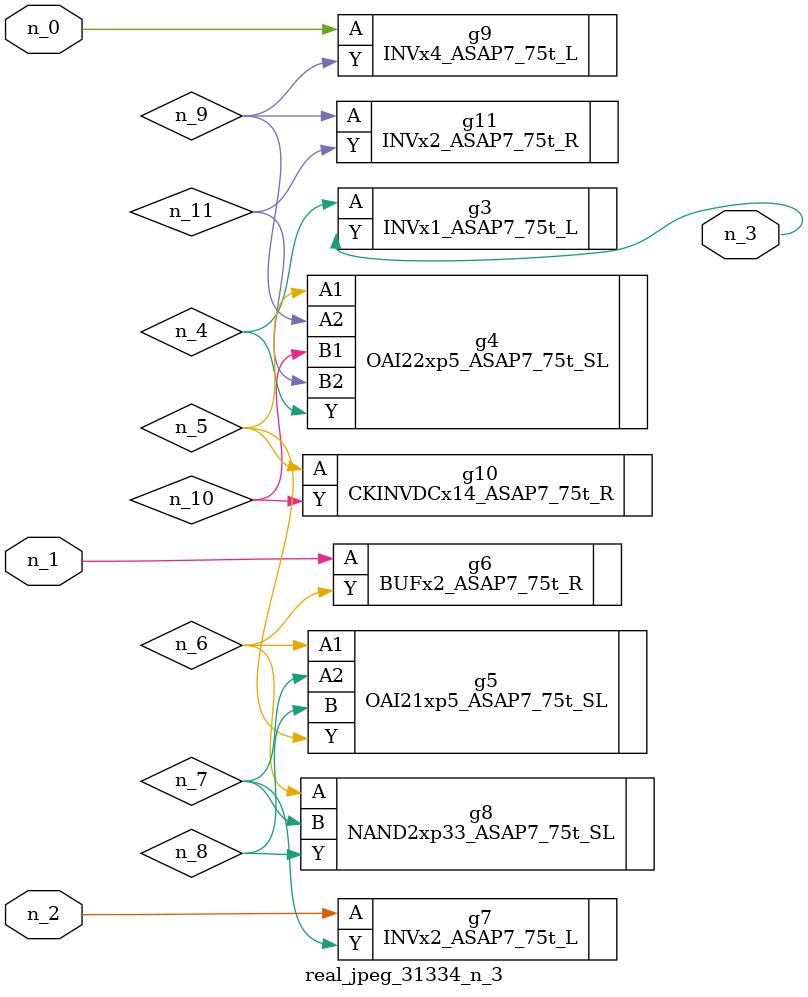
<source format=v>
module real_jpeg_31334_n_3 (n_1, n_0, n_2, n_3);

input n_1;
input n_0;
input n_2;

output n_3;

wire n_5;
wire n_4;
wire n_8;
wire n_11;
wire n_6;
wire n_7;
wire n_10;
wire n_9;

INVx4_ASAP7_75t_L g9 ( 
.A(n_0),
.Y(n_9)
);

BUFx2_ASAP7_75t_R g6 ( 
.A(n_1),
.Y(n_6)
);

INVx2_ASAP7_75t_L g7 ( 
.A(n_2),
.Y(n_7)
);

INVx1_ASAP7_75t_L g3 ( 
.A(n_4),
.Y(n_3)
);

OAI22xp5_ASAP7_75t_SL g4 ( 
.A1(n_5),
.A2(n_9),
.B1(n_10),
.B2(n_11),
.Y(n_4)
);

CKINVDCx14_ASAP7_75t_R g10 ( 
.A(n_5),
.Y(n_10)
);

OAI21xp5_ASAP7_75t_SL g5 ( 
.A1(n_6),
.A2(n_7),
.B(n_8),
.Y(n_5)
);

NAND2xp33_ASAP7_75t_SL g8 ( 
.A(n_6),
.B(n_7),
.Y(n_8)
);

INVx2_ASAP7_75t_R g11 ( 
.A(n_9),
.Y(n_11)
);


endmodule
</source>
